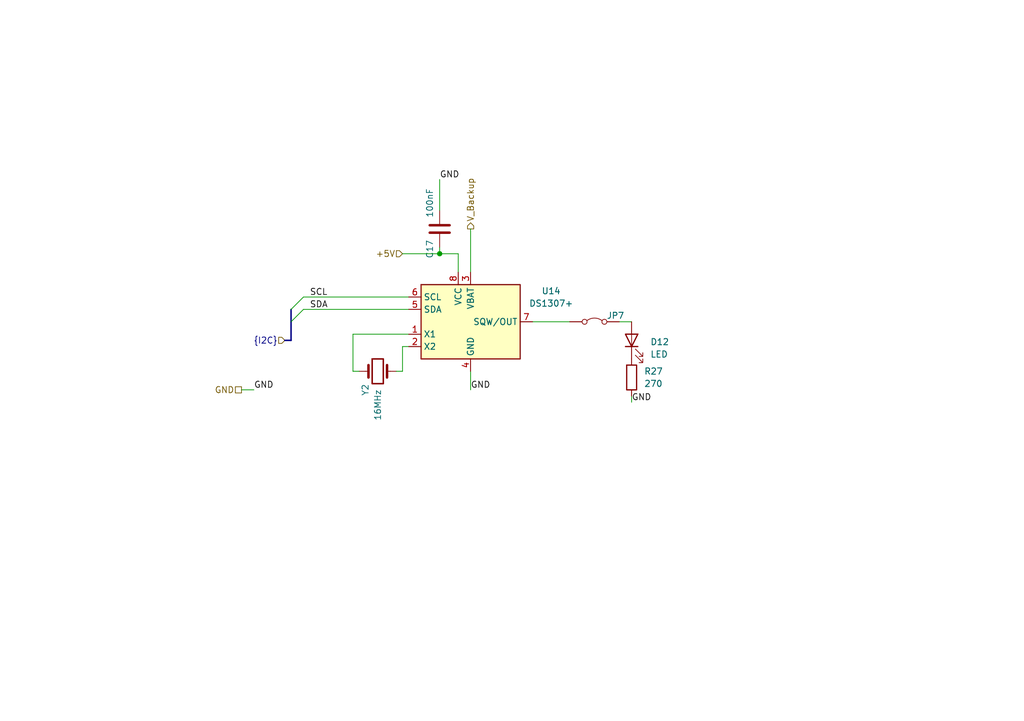
<source format=kicad_sch>
(kicad_sch (version 20231120) (generator "eeschema") (generator_version "8.0")
  (paper "A5")
  (title_block (title "RTC") (date "2024-04-17") (rev "1.0"))
  (lib_symbols
    (symbol "Device:C" (pin_numbers hide) (pin_names (offset 0.254))
      (property "Reference" "C" (at 0.635 2.54 0))
      (property "Value" "C" (at 0.635 -2.54 0))
      (symbol "C_0_1"
        (polyline (pts (xy -2.032 -0.762) (xy 2.032 -0.762)) (stroke (width 0.508)))
        (polyline (pts (xy -2.032 0.762) (xy 2.032 0.762)) (stroke (width 0.508)))
      )
      (symbol "C_1_1"
        (pin passive line (at 0 3.81 270) (length 2.794) (name "~") (number "1"))
        (pin passive line (at 0 -3.81 90) (length 2.794) (name "~") (number "2"))
      )
    )
    (symbol "Device:Crystal" (pin_numbers hide) (pin_names (offset 1.016) hide)
      (property "Reference" "Y" (at 0 3.81 0))
      (property "Value" "Crystal" (at 0 -3.81 0))
      (symbol "Crystal_0_1"
        (rectangle (start -1.143 2.54) (end 1.143 -2.54) (stroke (width 0.3048)))
        (polyline (pts (xy -2.54 0) (xy -1.905 0)))
        (polyline (pts (xy -1.905 -1.27) (xy -1.905 1.27)) (stroke (width 0.508)))
        (polyline (pts (xy 1.905 -1.27) (xy 1.905 1.27)) (stroke (width 0.508)))
        (polyline (pts (xy 2.54 0) (xy 1.905 0)))
      )
      (symbol "Crystal_1_1"
        (pin passive line (at -3.81 0 0) (length 1.27) (name "1") (number "1"))
        (pin passive line (at 3.81 0 180) (length 1.27) (name "2") (number "2"))
      )
    )
    (symbol "Device:LED" (pin_numbers hide) (pin_names (offset 1.016) hide)
      (property "Reference" "D" (at 0 2.54 0))
      (property "Value" "LED" (at 0 -2.54 0))
      (symbol "LED_0_1"
        (polyline (pts (xy -1.27 -1.27) (xy -1.27 1.27)) (stroke (width 0.254)))
        (polyline (pts (xy -1.27 0) (xy 1.27 0)))
        (polyline (pts (xy 1.27 -1.27) (xy 1.27 1.27) (xy -1.27 0) (xy 1.27 -1.27)) (stroke (width 0.254)))
        (polyline (pts (xy -3.048 -0.762) (xy -4.572 -2.286) (xy -3.81 -2.286) (xy -4.572 -2.286) (xy -4.572 -1.524)))
        (polyline (pts (xy -1.778 -0.762) (xy -3.302 -2.286) (xy -2.54 -2.286) (xy -3.302 -2.286) (xy -3.302 -1.524)))
      )
      (symbol "LED_1_1"
        (pin passive line (at -3.81 0 0) (length 2.54) (name "K") (number "1"))
        (pin passive line (at 3.81 0 180) (length 2.54) (name "A") (number "2"))
      )
    )
    (symbol "Device:R" (pin_numbers hide) (pin_names (offset 0))
      (property "Reference" "R" (at 2.032 0 90))
      (property "Value" "R" (at 0 0 90))
      (symbol "R_0_1"
        (rectangle (start -1.016 -2.54) (end 1.016 2.54) (stroke (width 0.254)))
      )
      (symbol "R_1_1"
        (pin passive line (at 0 3.81 270) (length 1.27) (name "~") (number "1"))
        (pin passive line (at 0 -3.81 90) (length 1.27) (name "~") (number "2"))
      )
    )
    (symbol "Jumper:Jumper_2_Bridged" (pin_numbers hide) (pin_names (offset 0) hide) (exclude_from_sim yes)
      (property "Reference" "JP" (at 0 1.905 0))
      (property "Value" "Jumper_2_Bridged" (at 0 -2.54 0))
      (symbol "Jumper_2_Bridged_0_0"
        (circle (center -2.032 0) (radius 0.508))
        (circle (center 2.032 0) (radius 0.508))
      )
      (symbol "Jumper_2_Bridged_0_1"
        (arc (start 1.524 0.254) (mid 0 0.762) (end -1.524 0.254))
      )
      (symbol "Jumper_2_Bridged_1_1"
        (pin passive line (at -5.08 0 0) (length 2.54) (name "A") (number "1"))
        (pin passive line (at 5.08 0 180) (length 2.54) (name "B") (number "2"))
      )
    )
    (symbol "Timer_RTC:DS1307+"
      (property "Reference" "U" (at -8.89 8.89 0))
      (property "Value" "DS1307+" (at 1.27 8.89 0))
      (symbol "DS1307+_0_1"
        (rectangle (start -10.16 7.62) (end 10.16 -7.62) (stroke (width 0.254)) (fill (type background)))
      )
      (symbol "DS1307+_1_1"
        (pin input line (at -12.7 -2.54 0) (length 2.54) (name "X1") (number "1"))
        (pin input line (at -12.7 -5.08 0) (length 2.54) (name "X2") (number "2"))
        (pin power_in line (at 0 10.16 270) (length 2.54) (name "VBAT") (number "3"))
        (pin power_in line (at 0 -10.16 90) (length 2.54) (name "GND") (number "4"))
        (pin bidirectional line (at -12.7 2.54 0) (length 2.54) (name "SDA") (number "5"))
        (pin input line (at -12.7 5.08 0) (length 2.54) (name "SCL") (number "6"))
        (pin open_collector line (at 12.7 0 180) (length 2.54) (name "SQW/OUT") (number "7"))
        (pin power_in line (at -2.54 10.16 270) (length 2.54) (name "VCC") (number "8"))
      )
    )
  )
  (junction (at 90.17 52.07))
  (bus_entry (at 62.23 63.5) (size -2.54 2.54))
  (bus_entry (at 62.23 60.96) (size -2.54 2.54))
  (bus (pts (xy 59.69 69.85) (xy 59.69 66.04)))
  (wire (pts (xy 83.82 71.12) (xy 82.55 71.12)))
  (wire (pts (xy 96.52 76.2) (xy 96.52 80.01)))
  (wire (pts (xy 72.39 68.58) (xy 83.82 68.58)))
  (wire (pts (xy 127 66.04) (xy 129.54 66.04)))
  (bus (pts (xy 58.42 69.85) (xy 59.69 69.85)))
  (wire (pts (xy 90.17 50.8) (xy 90.17 52.07)))
  (wire (pts (xy 72.39 76.2) (xy 72.39 68.58)))
  (wire (pts (xy 90.17 36.83) (xy 90.17 43.18)))
  (wire (pts (xy 62.23 60.96) (xy 83.82 60.96)))
  (wire (pts (xy 82.55 71.12) (xy 82.55 76.2)))
  (wire (pts (xy 129.54 81.28) (xy 129.54 82.55)))
  (wire (pts (xy 49.53 80.01) (xy 52.07 80.01)))
  (wire (pts (xy 93.98 52.07) (xy 93.98 55.88)))
  (wire (pts (xy 96.52 46.99) (xy 96.52 55.88)))
  (wire (pts (xy 109.22 66.04) (xy 116.84 66.04)))
  (wire (pts (xy 73.66 76.2) (xy 72.39 76.2)))
  (bus (pts (xy 59.69 66.04) (xy 59.69 63.5)))
  (wire (pts (xy 62.23 63.5) (xy 83.82 63.5)))
  (wire (pts (xy 81.28 76.2) (xy 82.55 76.2)))
  (wire (pts (xy 82.55 52.07) (xy 90.17 52.07)))
  (wire (pts (xy 90.17 52.07) (xy 93.98 52.07)))
  (label "SCL" (at 63.5 60.96 0))
  (label "GND" (at 96.52 80.01 0))
  (label "GND" (at 129.54 82.55 0))
  (label "SDA" (at 63.5 63.5 0))
  (label "GND" (at 52.07 80.01 0))
  (label "GND" (at 90.17 36.83 0))
  (hierarchical_label "GND" (shape passive) (at 49.53 80.01 180))
  (hierarchical_label "+5V" (shape input) (at 82.55 52.07 180))
  (hierarchical_label "{I2C}" (shape input) (at 58.42 69.85 180))
  (hierarchical_label "V_Backup" (shape output) (at 96.52 46.99 90))
  (symbol (lib_id "Jumper:Jumper_2_Bridged") (at 121.92 66.04 0) (unit 1) (exclude_from_sim yes)
    (property "Reference" "JP7" (at 126.238 64.77 0))
    (property "Value" "Jumper" (effects (hide yes)))
    (property "Footprint" "Connector_PinHeader_2.54mm:PinHeader_1x02_P2.54mm_Vertical" (effects (hide yes)))
    (property "Description" "Jumper, 2-pole, closed/bridged" (effects (hide yes)))
  )
  (symbol (lib_id "Device:C") (at 90.17 46.99 0) (unit 1)
    (property "Reference" "C17" (at 88.138 53.086 90) (effects (justify left)))
    (property "Value" "100nF" (at 88.138 44.704 90) (effects (justify left)))
    (property "Footprint" "Capacitor_THT:C_Radial_D5.0mm_H11.0mm_P2.00mm" (effects (hide yes)))
  )
  (symbol (lib_id "Timer_RTC:DS1307+") (at 96.52 66.04 0) (unit 1)
    (property "Reference" "U14" (at 113.03 59.7214 0))
    (property "Value" "DS1307+" (at 113.03 62.2614 0))
    (property "Footprint" "Package_DIP:DIP-8_W7.62mm" (effects (hide yes)))
    (property "Datasheet" "https://datasheets.maximintegrated.com/en/ds/DS1307.pdf" (effects (hide yes)))
    (property "Description" "64 x 8, Serial, I2C Real-time clock, 4.5V to 5.5V VCC, 0°C to +70°C, DIP-8" (effects (hide yes)))
  )
  (symbol (lib_id "Device:LED") (at 129.54 69.85 90) (unit 1)
    (property "Reference" "D12" (at 133.35 70.1675 90) (effects (justify right)))
    (property "Value" "LED" (at 133.35 72.7075 90) (effects (justify right)))
    (property "Footprint" "LED_THT:LED_D3.0mm" (effects (hide yes)))
  )
  (symbol (lib_id "Device:Crystal") (at 77.47 76.2 180) (unit 1) (exclude_from_sim yes)
    (property "Reference" "Y2" (at 74.93 81.28 90) (effects (justify right)))
    (property "Value" "16MHz" (at 77.47 86.36 90) (effects (justify right)))
    (property "Footprint" "Crystal:Crystal_AT310_D3.0mm_L10.0mm_Horizontal" (effects (hide yes)))
  )
  (symbol (lib_id "Device:R") (at 129.54 77.47 0) (unit 1)
    (property "Reference" "R27" (at 132.08 76.2 0) (effects (justify left)))
    (property "Value" "270" (at 132.08 78.74 0) (effects (justify left)))
    (property "Footprint" "Resistor_THT:R_Axial_DIN0207_L6.3mm_D2.5mm_P7.62mm_Horizontal" (effects (hide yes)))
  )
)
</source>
